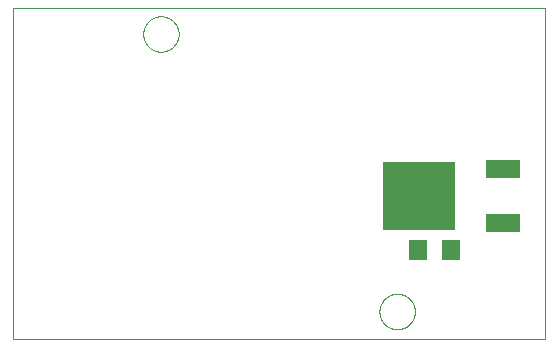
<source format=gbp>
G75*
%MOIN*%
%OFA0B0*%
%FSLAX25Y25*%
%IPPOS*%
%LPD*%
%AMOC8*
5,1,8,0,0,1.08239X$1,22.5*
%
%ADD10C,0.00000*%
%ADD11R,0.24409X0.22835*%
%ADD12R,0.11811X0.06299*%
%ADD13R,0.06299X0.07087*%
D10*
X0001000Y0001000D02*
X0001000Y0111236D01*
X0178165Y0111236D01*
X0178165Y0001000D01*
X0001000Y0001000D01*
X0123047Y0010055D02*
X0123049Y0010208D01*
X0123055Y0010362D01*
X0123065Y0010515D01*
X0123079Y0010667D01*
X0123097Y0010820D01*
X0123119Y0010971D01*
X0123144Y0011122D01*
X0123174Y0011273D01*
X0123208Y0011423D01*
X0123245Y0011571D01*
X0123286Y0011719D01*
X0123331Y0011865D01*
X0123380Y0012011D01*
X0123433Y0012155D01*
X0123489Y0012297D01*
X0123549Y0012438D01*
X0123613Y0012578D01*
X0123680Y0012716D01*
X0123751Y0012852D01*
X0123826Y0012986D01*
X0123903Y0013118D01*
X0123985Y0013248D01*
X0124069Y0013376D01*
X0124157Y0013502D01*
X0124248Y0013625D01*
X0124342Y0013746D01*
X0124440Y0013864D01*
X0124540Y0013980D01*
X0124644Y0014093D01*
X0124750Y0014204D01*
X0124859Y0014312D01*
X0124971Y0014417D01*
X0125085Y0014518D01*
X0125203Y0014617D01*
X0125322Y0014713D01*
X0125444Y0014806D01*
X0125569Y0014895D01*
X0125696Y0014982D01*
X0125825Y0015064D01*
X0125956Y0015144D01*
X0126089Y0015220D01*
X0126224Y0015293D01*
X0126361Y0015362D01*
X0126500Y0015427D01*
X0126640Y0015489D01*
X0126782Y0015547D01*
X0126925Y0015602D01*
X0127070Y0015653D01*
X0127216Y0015700D01*
X0127363Y0015743D01*
X0127511Y0015782D01*
X0127660Y0015818D01*
X0127810Y0015849D01*
X0127961Y0015877D01*
X0128112Y0015901D01*
X0128265Y0015921D01*
X0128417Y0015937D01*
X0128570Y0015949D01*
X0128723Y0015957D01*
X0128876Y0015961D01*
X0129030Y0015961D01*
X0129183Y0015957D01*
X0129336Y0015949D01*
X0129489Y0015937D01*
X0129641Y0015921D01*
X0129794Y0015901D01*
X0129945Y0015877D01*
X0130096Y0015849D01*
X0130246Y0015818D01*
X0130395Y0015782D01*
X0130543Y0015743D01*
X0130690Y0015700D01*
X0130836Y0015653D01*
X0130981Y0015602D01*
X0131124Y0015547D01*
X0131266Y0015489D01*
X0131406Y0015427D01*
X0131545Y0015362D01*
X0131682Y0015293D01*
X0131817Y0015220D01*
X0131950Y0015144D01*
X0132081Y0015064D01*
X0132210Y0014982D01*
X0132337Y0014895D01*
X0132462Y0014806D01*
X0132584Y0014713D01*
X0132703Y0014617D01*
X0132821Y0014518D01*
X0132935Y0014417D01*
X0133047Y0014312D01*
X0133156Y0014204D01*
X0133262Y0014093D01*
X0133366Y0013980D01*
X0133466Y0013864D01*
X0133564Y0013746D01*
X0133658Y0013625D01*
X0133749Y0013502D01*
X0133837Y0013376D01*
X0133921Y0013248D01*
X0134003Y0013118D01*
X0134080Y0012986D01*
X0134155Y0012852D01*
X0134226Y0012716D01*
X0134293Y0012578D01*
X0134357Y0012438D01*
X0134417Y0012297D01*
X0134473Y0012155D01*
X0134526Y0012011D01*
X0134575Y0011865D01*
X0134620Y0011719D01*
X0134661Y0011571D01*
X0134698Y0011423D01*
X0134732Y0011273D01*
X0134762Y0011122D01*
X0134787Y0010971D01*
X0134809Y0010820D01*
X0134827Y0010667D01*
X0134841Y0010515D01*
X0134851Y0010362D01*
X0134857Y0010208D01*
X0134859Y0010055D01*
X0134857Y0009902D01*
X0134851Y0009748D01*
X0134841Y0009595D01*
X0134827Y0009443D01*
X0134809Y0009290D01*
X0134787Y0009139D01*
X0134762Y0008988D01*
X0134732Y0008837D01*
X0134698Y0008687D01*
X0134661Y0008539D01*
X0134620Y0008391D01*
X0134575Y0008245D01*
X0134526Y0008099D01*
X0134473Y0007955D01*
X0134417Y0007813D01*
X0134357Y0007672D01*
X0134293Y0007532D01*
X0134226Y0007394D01*
X0134155Y0007258D01*
X0134080Y0007124D01*
X0134003Y0006992D01*
X0133921Y0006862D01*
X0133837Y0006734D01*
X0133749Y0006608D01*
X0133658Y0006485D01*
X0133564Y0006364D01*
X0133466Y0006246D01*
X0133366Y0006130D01*
X0133262Y0006017D01*
X0133156Y0005906D01*
X0133047Y0005798D01*
X0132935Y0005693D01*
X0132821Y0005592D01*
X0132703Y0005493D01*
X0132584Y0005397D01*
X0132462Y0005304D01*
X0132337Y0005215D01*
X0132210Y0005128D01*
X0132081Y0005046D01*
X0131950Y0004966D01*
X0131817Y0004890D01*
X0131682Y0004817D01*
X0131545Y0004748D01*
X0131406Y0004683D01*
X0131266Y0004621D01*
X0131124Y0004563D01*
X0130981Y0004508D01*
X0130836Y0004457D01*
X0130690Y0004410D01*
X0130543Y0004367D01*
X0130395Y0004328D01*
X0130246Y0004292D01*
X0130096Y0004261D01*
X0129945Y0004233D01*
X0129794Y0004209D01*
X0129641Y0004189D01*
X0129489Y0004173D01*
X0129336Y0004161D01*
X0129183Y0004153D01*
X0129030Y0004149D01*
X0128876Y0004149D01*
X0128723Y0004153D01*
X0128570Y0004161D01*
X0128417Y0004173D01*
X0128265Y0004189D01*
X0128112Y0004209D01*
X0127961Y0004233D01*
X0127810Y0004261D01*
X0127660Y0004292D01*
X0127511Y0004328D01*
X0127363Y0004367D01*
X0127216Y0004410D01*
X0127070Y0004457D01*
X0126925Y0004508D01*
X0126782Y0004563D01*
X0126640Y0004621D01*
X0126500Y0004683D01*
X0126361Y0004748D01*
X0126224Y0004817D01*
X0126089Y0004890D01*
X0125956Y0004966D01*
X0125825Y0005046D01*
X0125696Y0005128D01*
X0125569Y0005215D01*
X0125444Y0005304D01*
X0125322Y0005397D01*
X0125203Y0005493D01*
X0125085Y0005592D01*
X0124971Y0005693D01*
X0124859Y0005798D01*
X0124750Y0005906D01*
X0124644Y0006017D01*
X0124540Y0006130D01*
X0124440Y0006246D01*
X0124342Y0006364D01*
X0124248Y0006485D01*
X0124157Y0006608D01*
X0124069Y0006734D01*
X0123985Y0006862D01*
X0123903Y0006992D01*
X0123826Y0007124D01*
X0123751Y0007258D01*
X0123680Y0007394D01*
X0123613Y0007532D01*
X0123549Y0007672D01*
X0123489Y0007813D01*
X0123433Y0007955D01*
X0123380Y0008099D01*
X0123331Y0008245D01*
X0123286Y0008391D01*
X0123245Y0008539D01*
X0123208Y0008687D01*
X0123174Y0008837D01*
X0123144Y0008988D01*
X0123119Y0009139D01*
X0123097Y0009290D01*
X0123079Y0009443D01*
X0123065Y0009595D01*
X0123055Y0009748D01*
X0123049Y0009902D01*
X0123047Y0010055D01*
X0044307Y0102575D02*
X0044309Y0102728D01*
X0044315Y0102882D01*
X0044325Y0103035D01*
X0044339Y0103187D01*
X0044357Y0103340D01*
X0044379Y0103491D01*
X0044404Y0103642D01*
X0044434Y0103793D01*
X0044468Y0103943D01*
X0044505Y0104091D01*
X0044546Y0104239D01*
X0044591Y0104385D01*
X0044640Y0104531D01*
X0044693Y0104675D01*
X0044749Y0104817D01*
X0044809Y0104958D01*
X0044873Y0105098D01*
X0044940Y0105236D01*
X0045011Y0105372D01*
X0045086Y0105506D01*
X0045163Y0105638D01*
X0045245Y0105768D01*
X0045329Y0105896D01*
X0045417Y0106022D01*
X0045508Y0106145D01*
X0045602Y0106266D01*
X0045700Y0106384D01*
X0045800Y0106500D01*
X0045904Y0106613D01*
X0046010Y0106724D01*
X0046119Y0106832D01*
X0046231Y0106937D01*
X0046345Y0107038D01*
X0046463Y0107137D01*
X0046582Y0107233D01*
X0046704Y0107326D01*
X0046829Y0107415D01*
X0046956Y0107502D01*
X0047085Y0107584D01*
X0047216Y0107664D01*
X0047349Y0107740D01*
X0047484Y0107813D01*
X0047621Y0107882D01*
X0047760Y0107947D01*
X0047900Y0108009D01*
X0048042Y0108067D01*
X0048185Y0108122D01*
X0048330Y0108173D01*
X0048476Y0108220D01*
X0048623Y0108263D01*
X0048771Y0108302D01*
X0048920Y0108338D01*
X0049070Y0108369D01*
X0049221Y0108397D01*
X0049372Y0108421D01*
X0049525Y0108441D01*
X0049677Y0108457D01*
X0049830Y0108469D01*
X0049983Y0108477D01*
X0050136Y0108481D01*
X0050290Y0108481D01*
X0050443Y0108477D01*
X0050596Y0108469D01*
X0050749Y0108457D01*
X0050901Y0108441D01*
X0051054Y0108421D01*
X0051205Y0108397D01*
X0051356Y0108369D01*
X0051506Y0108338D01*
X0051655Y0108302D01*
X0051803Y0108263D01*
X0051950Y0108220D01*
X0052096Y0108173D01*
X0052241Y0108122D01*
X0052384Y0108067D01*
X0052526Y0108009D01*
X0052666Y0107947D01*
X0052805Y0107882D01*
X0052942Y0107813D01*
X0053077Y0107740D01*
X0053210Y0107664D01*
X0053341Y0107584D01*
X0053470Y0107502D01*
X0053597Y0107415D01*
X0053722Y0107326D01*
X0053844Y0107233D01*
X0053963Y0107137D01*
X0054081Y0107038D01*
X0054195Y0106937D01*
X0054307Y0106832D01*
X0054416Y0106724D01*
X0054522Y0106613D01*
X0054626Y0106500D01*
X0054726Y0106384D01*
X0054824Y0106266D01*
X0054918Y0106145D01*
X0055009Y0106022D01*
X0055097Y0105896D01*
X0055181Y0105768D01*
X0055263Y0105638D01*
X0055340Y0105506D01*
X0055415Y0105372D01*
X0055486Y0105236D01*
X0055553Y0105098D01*
X0055617Y0104958D01*
X0055677Y0104817D01*
X0055733Y0104675D01*
X0055786Y0104531D01*
X0055835Y0104385D01*
X0055880Y0104239D01*
X0055921Y0104091D01*
X0055958Y0103943D01*
X0055992Y0103793D01*
X0056022Y0103642D01*
X0056047Y0103491D01*
X0056069Y0103340D01*
X0056087Y0103187D01*
X0056101Y0103035D01*
X0056111Y0102882D01*
X0056117Y0102728D01*
X0056119Y0102575D01*
X0056117Y0102422D01*
X0056111Y0102268D01*
X0056101Y0102115D01*
X0056087Y0101963D01*
X0056069Y0101810D01*
X0056047Y0101659D01*
X0056022Y0101508D01*
X0055992Y0101357D01*
X0055958Y0101207D01*
X0055921Y0101059D01*
X0055880Y0100911D01*
X0055835Y0100765D01*
X0055786Y0100619D01*
X0055733Y0100475D01*
X0055677Y0100333D01*
X0055617Y0100192D01*
X0055553Y0100052D01*
X0055486Y0099914D01*
X0055415Y0099778D01*
X0055340Y0099644D01*
X0055263Y0099512D01*
X0055181Y0099382D01*
X0055097Y0099254D01*
X0055009Y0099128D01*
X0054918Y0099005D01*
X0054824Y0098884D01*
X0054726Y0098766D01*
X0054626Y0098650D01*
X0054522Y0098537D01*
X0054416Y0098426D01*
X0054307Y0098318D01*
X0054195Y0098213D01*
X0054081Y0098112D01*
X0053963Y0098013D01*
X0053844Y0097917D01*
X0053722Y0097824D01*
X0053597Y0097735D01*
X0053470Y0097648D01*
X0053341Y0097566D01*
X0053210Y0097486D01*
X0053077Y0097410D01*
X0052942Y0097337D01*
X0052805Y0097268D01*
X0052666Y0097203D01*
X0052526Y0097141D01*
X0052384Y0097083D01*
X0052241Y0097028D01*
X0052096Y0096977D01*
X0051950Y0096930D01*
X0051803Y0096887D01*
X0051655Y0096848D01*
X0051506Y0096812D01*
X0051356Y0096781D01*
X0051205Y0096753D01*
X0051054Y0096729D01*
X0050901Y0096709D01*
X0050749Y0096693D01*
X0050596Y0096681D01*
X0050443Y0096673D01*
X0050290Y0096669D01*
X0050136Y0096669D01*
X0049983Y0096673D01*
X0049830Y0096681D01*
X0049677Y0096693D01*
X0049525Y0096709D01*
X0049372Y0096729D01*
X0049221Y0096753D01*
X0049070Y0096781D01*
X0048920Y0096812D01*
X0048771Y0096848D01*
X0048623Y0096887D01*
X0048476Y0096930D01*
X0048330Y0096977D01*
X0048185Y0097028D01*
X0048042Y0097083D01*
X0047900Y0097141D01*
X0047760Y0097203D01*
X0047621Y0097268D01*
X0047484Y0097337D01*
X0047349Y0097410D01*
X0047216Y0097486D01*
X0047085Y0097566D01*
X0046956Y0097648D01*
X0046829Y0097735D01*
X0046704Y0097824D01*
X0046582Y0097917D01*
X0046463Y0098013D01*
X0046345Y0098112D01*
X0046231Y0098213D01*
X0046119Y0098318D01*
X0046010Y0098426D01*
X0045904Y0098537D01*
X0045800Y0098650D01*
X0045700Y0098766D01*
X0045602Y0098884D01*
X0045508Y0099005D01*
X0045417Y0099128D01*
X0045329Y0099254D01*
X0045245Y0099382D01*
X0045163Y0099512D01*
X0045086Y0099644D01*
X0045011Y0099778D01*
X0044940Y0099914D01*
X0044873Y0100052D01*
X0044809Y0100192D01*
X0044749Y0100333D01*
X0044693Y0100475D01*
X0044640Y0100619D01*
X0044591Y0100765D01*
X0044546Y0100911D01*
X0044505Y0101059D01*
X0044468Y0101207D01*
X0044434Y0101357D01*
X0044404Y0101508D01*
X0044379Y0101659D01*
X0044357Y0101810D01*
X0044339Y0101963D01*
X0044325Y0102115D01*
X0044315Y0102268D01*
X0044309Y0102422D01*
X0044307Y0102575D01*
D11*
X0136118Y0048638D03*
D12*
X0164386Y0057614D03*
X0164386Y0039661D03*
D13*
X0147063Y0030528D03*
X0136039Y0030528D03*
M02*

</source>
